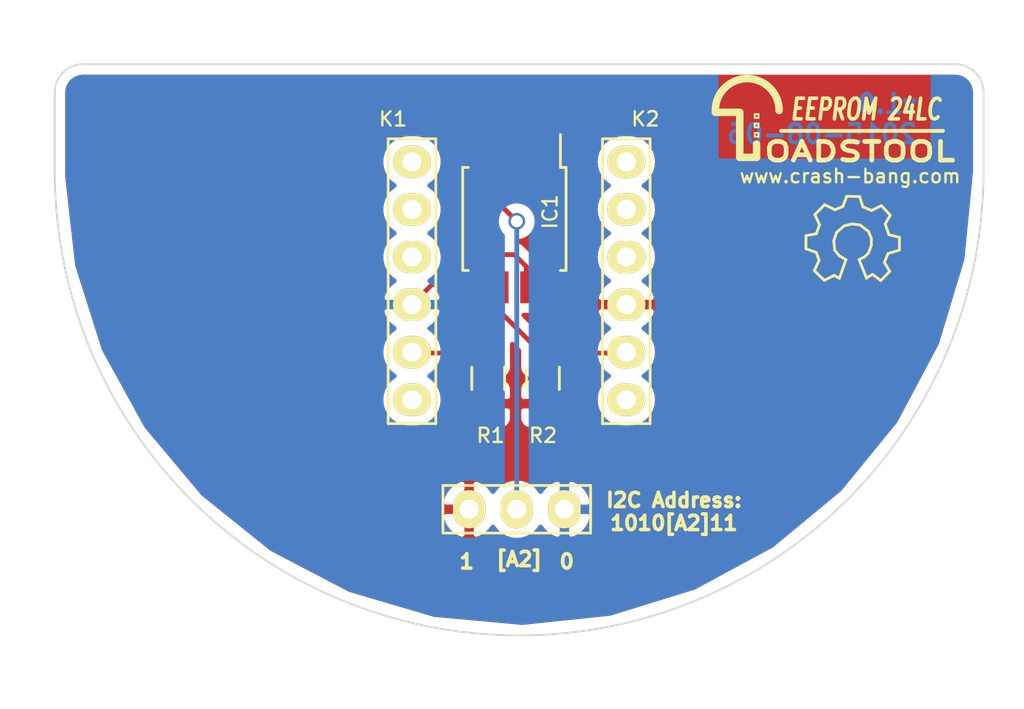
<source format=kicad_pcb>
(kicad_pcb (version 4) (host pcbnew "(2015-04-22 BZR 5620)-product")

  (general
    (links 14)
    (no_connects 0)
    (area 180.594 94.996 244.065097 132.842001)
    (thickness 1.6)
    (drawings 14)
    (tracks 23)
    (zones 0)
    (modules 8)
    (nets 14)
  )

  (page A4)
  (title_block
    (title "Toadstool CAP Template")
    (rev 1.0)
    (company "Crash-Bang Prototyping")
  )

  (layers
    (0 F.Cu signal)
    (31 B.Cu signal)
    (32 B.Adhes user)
    (33 F.Adhes user)
    (34 B.Paste user)
    (35 F.Paste user)
    (36 B.SilkS user)
    (37 F.SilkS user)
    (38 B.Mask user)
    (39 F.Mask user)
    (40 Dwgs.User user)
    (41 Cmts.User user)
    (42 Eco1.User user)
    (43 Eco2.User user)
    (44 Edge.Cuts user)
    (45 Margin user)
    (46 B.CrtYd user)
    (47 F.CrtYd user)
    (48 B.Fab user)
    (49 F.Fab user)
  )

  (setup
    (last_trace_width 0.254)
    (trace_clearance 0.254)
    (zone_clearance 0.508)
    (zone_45_only no)
    (trace_min 0.254)
    (segment_width 0.2)
    (edge_width 0.1)
    (via_size 0.889)
    (via_drill 0.635)
    (via_min_size 0.889)
    (via_min_drill 0.508)
    (uvia_size 0.508)
    (uvia_drill 0.127)
    (uvias_allowed no)
    (uvia_min_size 0.508)
    (uvia_min_drill 0.127)
    (pcb_text_width 0.3)
    (pcb_text_size 1.5 1.5)
    (mod_edge_width 0.2)
    (mod_text_size 1 1)
    (mod_text_width 0.15)
    (pad_size 1.7272 2.032)
    (pad_drill 1.016)
    (pad_to_mask_clearance 0)
    (aux_axis_origin 0 0)
    (visible_elements 7FFFFFFF)
    (pcbplotparams
      (layerselection 0x010e0_80000001)
      (usegerberextensions true)
      (excludeedgelayer true)
      (linewidth 0.100000)
      (plotframeref false)
      (viasonmask false)
      (mode 1)
      (useauxorigin false)
      (hpglpennumber 1)
      (hpglpenspeed 20)
      (hpglpendiameter 15)
      (hpglpenoverlay 2)
      (psnegative false)
      (psa4output false)
      (plotreference true)
      (plotvalue true)
      (plotinvisibletext false)
      (padsonsilk false)
      (subtractmaskfromsilk false)
      (outputformat 1)
      (mirror false)
      (drillshape 0)
      (scaleselection 1)
      (outputdirectory Gerber/))
  )

  (net 0 "")
  (net 1 GND)
  (net 2 VCC)
  (net 3 /SCL)
  (net 4 /SDA)
  (net 5 "Net-(IC1-Pad3)")
  (net 6 "Net-(K1-Pad1)")
  (net 7 "Net-(K1-Pad2)")
  (net 8 "Net-(K1-Pad3)")
  (net 9 "Net-(K1-Pad6)")
  (net 10 "Net-(K2-Pad1)")
  (net 11 "Net-(K2-Pad2)")
  (net 12 "Net-(K2-Pad3)")
  (net 13 "Net-(K2-Pad6)")

  (net_class Default "This is the default net class."
    (clearance 0.254)
    (trace_width 0.254)
    (via_dia 0.889)
    (via_drill 0.635)
    (uvia_dia 0.508)
    (uvia_drill 0.127)
    (add_net /SCL)
    (add_net /SDA)
    (add_net GND)
    (add_net "Net-(IC1-Pad3)")
    (add_net "Net-(K1-Pad1)")
    (add_net "Net-(K1-Pad2)")
    (add_net "Net-(K1-Pad3)")
    (add_net "Net-(K1-Pad6)")
    (add_net "Net-(K2-Pad1)")
    (add_net "Net-(K2-Pad2)")
    (add_net "Net-(K2-Pad3)")
    (add_net "Net-(K2-Pad6)")
    (add_net VCC)
  )

  (module Toadstool:Toadstool_Logo (layer F.Cu) (tedit 55311D85) (tstamp 54A98245)
    (at 225.044 101.092)
    (fp_text reference Toadstool_Logo (at 12.954 1.524) (layer F.SilkS) hide
      (effects (font (size 1 1) (thickness 0.15)))
    )
    (fp_text value LOGO** (at -0.254 -3.683) (layer F.SilkS) hide
      (effects (font (size 1 1) (thickness 0.15)))
    )
    (fp_line (start -4.2 0.2) (end -4.2 0) (layer F.SilkS) (width 0.1))
    (fp_line (start -4.2 0) (end -4 0) (layer F.SilkS) (width 0.1))
    (fp_line (start -4 0) (end -4 0.2) (layer F.SilkS) (width 0.1))
    (fp_line (start -4 0.2) (end -4.2 0.2) (layer F.SilkS) (width 0.1))
    (fp_line (start -4.2 0.7) (end -4.2 0.5) (layer F.SilkS) (width 0.1))
    (fp_line (start -4.2 0.5) (end -4 0.5) (layer F.SilkS) (width 0.1))
    (fp_line (start -4 0.5) (end -4 0.7) (layer F.SilkS) (width 0.1))
    (fp_line (start -4 0.7) (end -4.2 0.7) (layer F.SilkS) (width 0.1))
    (fp_line (start -4.2 1.2) (end -4.2 1) (layer F.SilkS) (width 0.1))
    (fp_line (start -4.2 1) (end -4 1) (layer F.SilkS) (width 0.1))
    (fp_line (start -4 1) (end -4 1.2) (layer F.SilkS) (width 0.1))
    (fp_line (start -4 1.2) (end -4.2 1.2) (layer F.SilkS) (width 0.1))
    (fp_text user OADSTOOL (at 1.4 2) (layer F.SilkS)
      (effects (font (size 1 1.35) (thickness 0.25)))
    )
    (fp_line (start -5 2.3) (end -4.1 2.3) (layer F.SilkS) (width 0.4))
    (fp_line (start -4.1 2.3) (end -4.1 1.6) (layer F.SilkS) (width 0.4))
    (fp_line (start -5 -0.1) (end -5 2.3) (layer F.SilkS) (width 0.4))
    (fp_line (start -6.3 -0.1) (end -5 -0.1) (layer F.SilkS) (width 0.4))
    (fp_arc (start -4.6 -0.2) (end -6.3 -0.2) (angle 180) (layer F.SilkS) (width 0.4))
  )

  (module Toadstool:Socket_Strip_Stackable_1x06 (layer F.Cu) (tedit 553342FD) (tstamp 55178E1B)
    (at 202.565 103.632 270)
    (descr "Through hole socket strip")
    (tags "socket strip")
    (path /5511B90D)
    (fp_text reference K1 (at -2.286 1.016 360) (layer F.SilkS)
      (effects (font (size 0.762 0.762) (thickness 0.125)))
    )
    (fp_text value CAP_CONN_LHS (at 6.604 2.54 270) (layer F.SilkS) hide
      (effects (font (size 1 1) (thickness 0.15)))
    )
    (fp_line (start -1.75 -1.75) (end -1.75 1.75) (layer F.CrtYd) (width 0.05))
    (fp_line (start 14.45 -1.75) (end 14.45 1.75) (layer F.CrtYd) (width 0.05))
    (fp_line (start -1.75 -1.75) (end 14.45 -1.75) (layer F.CrtYd) (width 0.05))
    (fp_line (start -1.75 1.75) (end 14.45 1.75) (layer F.CrtYd) (width 0.05))
    (fp_line (start -1.22 1.27) (end 13.97 1.27) (layer F.SilkS) (width 0.15))
    (fp_line (start 13.97 1.27) (end 13.97 -1.27) (layer F.SilkS) (width 0.15))
    (fp_line (start 13.97 -1.27) (end -1.22 -1.27) (layer F.SilkS) (width 0.15))
    (fp_line (start -1.23 1.27) (end -1.23 -1.27) (layer F.SilkS) (width 0.15))
    (pad 1 thru_hole oval (at 0 0 270) (size 1.7272 2.032) (drill 1.016) (layers *.Cu *.Mask F.SilkS)
      (net 6 "Net-(K1-Pad1)"))
    (pad 2 thru_hole oval (at 2.54 0 270) (size 1.7272 2.032) (drill 1.016) (layers *.Cu *.Mask F.SilkS)
      (net 7 "Net-(K1-Pad2)"))
    (pad 3 thru_hole oval (at 5.08 0 270) (size 1.7272 2.032) (drill 1.016) (layers *.Cu *.Mask F.SilkS)
      (net 8 "Net-(K1-Pad3)"))
    (pad 4 thru_hole oval (at 7.62 0 270) (size 1.7272 2.032) (drill 1.016) (layers *.Cu *.Mask F.SilkS)
      (net 1 GND))
    (pad 5 thru_hole oval (at 10.16 0 270) (size 1.7272 2.032) (drill 1.016) (layers *.Cu *.Mask F.SilkS)
      (net 4 /SDA))
    (pad 6 thru_hole oval (at 12.7 0 270) (size 1.7272 2.032) (drill 1.016) (layers *.Cu *.Mask F.SilkS)
      (net 9 "Net-(K1-Pad6)"))
    (model "E:/OneDrive/KiCad Projects/3D Components/Socket_Strip_Stackable_1x06.wrl"
      (at (xyz 0.25 0 0))
      (scale (xyz 1 1 1))
      (rotate (xyz 0 0 180))
    )
  )

  (module Toadstool:Socket_Strip_Stackable_1x06 (layer F.Cu) (tedit 553342F5) (tstamp 5511AFBD)
    (at 213.995 103.632 270)
    (descr "Through hole socket strip")
    (tags "socket strip")
    (path /5511B5B6)
    (fp_text reference K2 (at -2.286 -1.016 360) (layer F.SilkS)
      (effects (font (size 0.762 0.762) (thickness 0.125)))
    )
    (fp_text value CAP_CONN_RHS (at 6.35 -2.794 270) (layer F.SilkS) hide
      (effects (font (size 1 1) (thickness 0.15)))
    )
    (fp_line (start -1.75 -1.75) (end -1.75 1.75) (layer F.CrtYd) (width 0.05))
    (fp_line (start 14.45 -1.75) (end 14.45 1.75) (layer F.CrtYd) (width 0.05))
    (fp_line (start -1.75 -1.75) (end 14.45 -1.75) (layer F.CrtYd) (width 0.05))
    (fp_line (start -1.75 1.75) (end 14.45 1.75) (layer F.CrtYd) (width 0.05))
    (fp_line (start -1.22 1.27) (end 13.97 1.27) (layer F.SilkS) (width 0.15))
    (fp_line (start 13.97 1.27) (end 13.97 -1.27) (layer F.SilkS) (width 0.15))
    (fp_line (start 13.97 -1.27) (end -1.22 -1.27) (layer F.SilkS) (width 0.15))
    (fp_line (start -1.23 1.27) (end -1.23 -1.27) (layer F.SilkS) (width 0.15))
    (pad 1 thru_hole oval (at 0 0 270) (size 1.7272 2.032) (drill 1.016) (layers *.Cu *.Mask F.SilkS)
      (net 10 "Net-(K2-Pad1)"))
    (pad 2 thru_hole oval (at 2.54 0 270) (size 1.7272 2.032) (drill 1.016) (layers *.Cu *.Mask F.SilkS)
      (net 11 "Net-(K2-Pad2)"))
    (pad 3 thru_hole oval (at 5.08 0 270) (size 1.7272 2.032) (drill 1.016) (layers *.Cu *.Mask F.SilkS)
      (net 12 "Net-(K2-Pad3)"))
    (pad 4 thru_hole oval (at 7.62 0 270) (size 1.7272 2.032) (drill 1.016) (layers *.Cu *.Mask F.SilkS)
      (net 2 VCC))
    (pad 5 thru_hole oval (at 10.16 0 270) (size 1.7272 2.032) (drill 1.016) (layers *.Cu *.Mask F.SilkS)
      (net 3 /SCL))
    (pad 6 thru_hole oval (at 12.7 0 270) (size 1.7272 2.032) (drill 1.016) (layers *.Cu *.Mask F.SilkS)
      (net 13 "Net-(K2-Pad6)"))
    (model "E:/OneDrive/KiCad Projects/3D Components/Socket_Strip_Stackable_1x06.wrl"
      (at (xyz 0.25 0 0))
      (scale (xyz 1 1 1))
      (rotate (xyz 0 0 180))
    )
  )

  (module Toadstool:Pin_Header_Straight_1x03 (layer F.Cu) (tedit 551793AF) (tstamp 5533306F)
    (at 210.693 122.174 270)
    (descr "Through hole pin header")
    (tags "pin header")
    (path /55327E0E)
    (fp_text reference P1 (at 0 -2.413 270) (layer F.SilkS) hide
      (effects (font (size 1 1) (thickness 0.15)))
    )
    (fp_text value A2_SEL (at -2.286 -3.175 270) (layer F.SilkS) hide
      (effects (font (size 1 1) (thickness 0.15)))
    )
    (fp_line (start -1.75 -1.75) (end -1.75 6.85) (layer F.CrtYd) (width 0.05))
    (fp_line (start 1.75 -1.75) (end 1.75 6.85) (layer F.CrtYd) (width 0.05))
    (fp_line (start -1.75 -1.75) (end 1.75 -1.75) (layer F.CrtYd) (width 0.05))
    (fp_line (start -1.75 6.85) (end 1.75 6.85) (layer F.CrtYd) (width 0.05))
    (fp_line (start -1.27 -1.397) (end -1.27 6.477) (layer F.SilkS) (width 0.15))
    (fp_line (start -1.27 6.477) (end 1.27 6.477) (layer F.SilkS) (width 0.15))
    (fp_line (start 1.27 6.477) (end 1.27 -1.397) (layer F.SilkS) (width 0.15))
    (fp_line (start 1.27 -1.397) (end -1.27 -1.397) (layer F.SilkS) (width 0.15))
    (pad 1 thru_hole oval (at 0 0 270) (size 2.032 1.7272) (drill 1.016) (layers *.Cu *.Mask F.SilkS)
      (net 1 GND))
    (pad 2 thru_hole oval (at 0 2.54 270) (size 2.032 1.7272) (drill 1.016) (layers *.Cu *.Mask F.SilkS)
      (net 5 "Net-(IC1-Pad3)"))
    (pad 3 thru_hole oval (at 0 5.08 270) (size 2.032 1.7272) (drill 1.016) (layers *.Cu *.Mask F.SilkS)
      (net 2 VCC))
    (model Pin_Headers.3dshapes/Pin_Header_Straight_1x03.wrl
      (at (xyz 0 -0.1 0))
      (scale (xyz 1 1 1))
      (rotate (xyz 0 0 90))
    )
  )

  (module Resistors_SMD:R_0805_HandSoldering (layer F.Cu) (tedit 55333579) (tstamp 553334B1)
    (at 206.629 115.189 90)
    (descr "Resistor SMD 0805, hand soldering")
    (tags "resistor 0805")
    (path /553290E0)
    (attr smd)
    (fp_text reference R1 (at -3.048 0.127 180) (layer F.SilkS)
      (effects (font (size 0.762 0.762) (thickness 0.127)))
    )
    (fp_text value 10k (at 0 2.1 90) (layer F.Fab) hide
      (effects (font (size 1 1) (thickness 0.15)))
    )
    (fp_line (start -2.4 -1) (end 2.4 -1) (layer F.CrtYd) (width 0.05))
    (fp_line (start -2.4 1) (end 2.4 1) (layer F.CrtYd) (width 0.05))
    (fp_line (start -2.4 -1) (end -2.4 1) (layer F.CrtYd) (width 0.05))
    (fp_line (start 2.4 -1) (end 2.4 1) (layer F.CrtYd) (width 0.05))
    (fp_line (start 0.6 0.875) (end -0.6 0.875) (layer F.SilkS) (width 0.15))
    (fp_line (start -0.6 -0.875) (end 0.6 -0.875) (layer F.SilkS) (width 0.15))
    (pad 1 smd rect (at -1.35 0 90) (size 1.5 1.3) (layers F.Cu F.Paste F.Mask)
      (net 2 VCC))
    (pad 2 smd rect (at 1.35 0 90) (size 1.5 1.3) (layers F.Cu F.Paste F.Mask)
      (net 4 /SDA))
    (model Resistors_SMD.3dshapes/R_0805_HandSoldering.wrl
      (at (xyz 0 0 0))
      (scale (xyz 1 1 1))
      (rotate (xyz 0 0 0))
    )
  )

  (module Resistors_SMD:R_0805_HandSoldering (layer F.Cu) (tedit 55333576) (tstamp 553334A4)
    (at 209.55 115.189 90)
    (descr "Resistor SMD 0805, hand soldering")
    (tags "resistor 0805")
    (path /55327DE3)
    (attr smd)
    (fp_text reference R2 (at -3.048 0 180) (layer F.SilkS)
      (effects (font (size 0.762 0.762) (thickness 0.127)))
    )
    (fp_text value 10k (at 0 2.1 90) (layer F.Fab) hide
      (effects (font (size 1 1) (thickness 0.15)))
    )
    (fp_line (start -2.4 -1) (end 2.4 -1) (layer F.CrtYd) (width 0.05))
    (fp_line (start -2.4 1) (end 2.4 1) (layer F.CrtYd) (width 0.05))
    (fp_line (start -2.4 -1) (end -2.4 1) (layer F.CrtYd) (width 0.05))
    (fp_line (start 2.4 -1) (end 2.4 1) (layer F.CrtYd) (width 0.05))
    (fp_line (start 0.6 0.875) (end -0.6 0.875) (layer F.SilkS) (width 0.15))
    (fp_line (start -0.6 -0.875) (end 0.6 -0.875) (layer F.SilkS) (width 0.15))
    (pad 1 smd rect (at -1.35 0 90) (size 1.5 1.3) (layers F.Cu F.Paste F.Mask)
      (net 2 VCC))
    (pad 2 smd rect (at 1.35 0 90) (size 1.5 1.3) (layers F.Cu F.Paste F.Mask)
      (net 3 /SCL))
    (model Resistors_SMD.3dshapes/R_0805_HandSoldering.wrl
      (at (xyz 0 0 0))
      (scale (xyz 1 1 1))
      (rotate (xyz 0 0 0))
    )
  )

  (module Toadstool:SOIJ-8_5.3x5.3mm_Pitch1.27mm (layer F.Cu) (tedit 55333643) (tstamp 5533366F)
    (at 208.026 106.68 270)
    (descr "8-Lead Plastic Small Outline (SM) - Medium, 5.28 mm Body [SOIC] (see Microchip Packaging Specification 00000049BS.pdf)")
    (tags "SOIC 1.27")
    (path /55327C19)
    (attr smd)
    (fp_text reference IC1 (at -0.381 -1.905 450) (layer F.SilkS)
      (effects (font (size 0.762 0.762) (thickness 0.127)))
    )
    (fp_text value 24LC128 (at 0 3.68 270) (layer F.Fab) hide
      (effects (font (size 1 1) (thickness 0.15)))
    )
    (fp_line (start -4.75 -2.95) (end -4.75 2.95) (layer F.CrtYd) (width 0.05))
    (fp_line (start 4.75 -2.95) (end 4.75 2.95) (layer F.CrtYd) (width 0.05))
    (fp_line (start -4.75 -2.95) (end 4.75 -2.95) (layer F.CrtYd) (width 0.05))
    (fp_line (start -4.75 2.95) (end 4.75 2.95) (layer F.CrtYd) (width 0.05))
    (fp_line (start -2.75 -2.755) (end -2.75 -2.455) (layer F.SilkS) (width 0.15))
    (fp_line (start 2.75 -2.755) (end 2.75 -2.455) (layer F.SilkS) (width 0.15))
    (fp_line (start 2.75 2.755) (end 2.75 2.455) (layer F.SilkS) (width 0.15))
    (fp_line (start -2.75 2.755) (end -2.75 2.455) (layer F.SilkS) (width 0.15))
    (fp_line (start -2.75 -2.755) (end 2.75 -2.755) (layer F.SilkS) (width 0.15))
    (fp_line (start -2.75 2.755) (end 2.75 2.755) (layer F.SilkS) (width 0.15))
    (fp_line (start -2.75 -2.455) (end -4.5 -2.455) (layer F.SilkS) (width 0.15))
    (pad 1 smd rect (at -3.65 -1.905 270) (size 1.7 0.65) (layers F.Cu F.Paste F.Mask)
      (net 2 VCC))
    (pad 2 smd rect (at -3.65 -0.635 270) (size 1.7 0.65) (layers F.Cu F.Paste F.Mask)
      (net 2 VCC))
    (pad 3 smd rect (at -3.65 0.635 270) (size 1.7 0.65) (layers F.Cu F.Paste F.Mask)
      (net 5 "Net-(IC1-Pad3)"))
    (pad 4 smd rect (at -3.65 1.905 270) (size 1.7 0.65) (layers F.Cu F.Paste F.Mask)
      (net 1 GND))
    (pad 5 smd rect (at 3.65 1.905 270) (size 1.7 0.65) (layers F.Cu F.Paste F.Mask)
      (net 4 /SDA))
    (pad 6 smd rect (at 3.65 0.635 270) (size 1.7 0.65) (layers F.Cu F.Paste F.Mask)
      (net 3 /SCL))
    (pad 7 smd rect (at 3.65 -0.635 270) (size 1.7 0.65) (layers F.Cu F.Paste F.Mask)
      (net 1 GND))
    (pad 8 smd rect (at 3.65 -1.905 270) (size 1.7 0.65) (layers F.Cu F.Paste F.Mask)
      (net 2 VCC))
    (model Housings_SOIC.3dshapes/SOIJ-8_5.3x5.3mm_Pitch1.27mm.wrl
      (at (xyz 0 0 0))
      (scale (xyz 1 1 1))
      (rotate (xyz 0 0 0))
    )
  )

  (module Toadstool:Symbol_OSHW-Logo_SilkScreen (layer F.Cu) (tedit 55184E39) (tstamp 55C32D1B)
    (at 226.06 107.95)
    (descr "Symbol, OSHW-Logo, Silk Screen,")
    (tags "Symbol, OSHW-Logo, Silk Screen,")
    (fp_text reference REF** (at -0.127 -3.302) (layer F.SilkS) hide
      (effects (font (size 1 1) (thickness 0.15)))
    )
    (fp_text value Symbol_OSHW-Logo_SilkScreen (at 0 3.175) (layer F.Fab) hide
      (effects (font (size 1 1) (thickness 0.15)))
    )
    (fp_line (start -1.78054 0.92964) (end -2.03962 1.49098) (layer F.SilkS) (width 0.15))
    (fp_line (start -2.03962 1.49098) (end -1.50114 2.00914) (layer F.SilkS) (width 0.15))
    (fp_line (start -1.50114 2.00914) (end -0.98044 1.7399) (layer F.SilkS) (width 0.15))
    (fp_line (start -0.98044 1.7399) (end -0.70104 1.89992) (layer F.SilkS) (width 0.15))
    (fp_line (start 0.73914 1.8796) (end 1.06934 1.6891) (layer F.SilkS) (width 0.15))
    (fp_line (start 1.06934 1.6891) (end 1.50876 2.0193) (layer F.SilkS) (width 0.15))
    (fp_line (start 1.50876 2.0193) (end 1.9812 1.52908) (layer F.SilkS) (width 0.15))
    (fp_line (start 1.9812 1.52908) (end 1.69926 1.04902) (layer F.SilkS) (width 0.15))
    (fp_line (start 1.69926 1.04902) (end 1.88976 0.57912) (layer F.SilkS) (width 0.15))
    (fp_line (start 1.88976 0.57912) (end 2.49936 0.39116) (layer F.SilkS) (width 0.15))
    (fp_line (start 2.49936 0.39116) (end 2.49936 -0.28956) (layer F.SilkS) (width 0.15))
    (fp_line (start 2.49936 -0.28956) (end 1.94056 -0.42926) (layer F.SilkS) (width 0.15))
    (fp_line (start 1.94056 -0.42926) (end 1.7399 -1.00076) (layer F.SilkS) (width 0.15))
    (fp_line (start 1.7399 -1.00076) (end 2.00914 -1.47066) (layer F.SilkS) (width 0.15))
    (fp_line (start 2.00914 -1.47066) (end 1.53924 -1.9812) (layer F.SilkS) (width 0.15))
    (fp_line (start 1.53924 -1.9812) (end 1.02108 -1.71958) (layer F.SilkS) (width 0.15))
    (fp_line (start 1.02108 -1.71958) (end 0.55118 -1.92024) (layer F.SilkS) (width 0.15))
    (fp_line (start 0.55118 -1.92024) (end 0.381 -2.46126) (layer F.SilkS) (width 0.15))
    (fp_line (start 0.381 -2.46126) (end -0.30988 -2.47904) (layer F.SilkS) (width 0.15))
    (fp_line (start -0.30988 -2.47904) (end -0.5207 -1.9304) (layer F.SilkS) (width 0.15))
    (fp_line (start -0.5207 -1.9304) (end -0.9398 -1.76022) (layer F.SilkS) (width 0.15))
    (fp_line (start -0.9398 -1.76022) (end -1.49098 -2.02946) (layer F.SilkS) (width 0.15))
    (fp_line (start -1.49098 -2.02946) (end -2.00914 -1.50114) (layer F.SilkS) (width 0.15))
    (fp_line (start -2.00914 -1.50114) (end -1.76022 -0.96012) (layer F.SilkS) (width 0.15))
    (fp_line (start -1.76022 -0.96012) (end -1.9304 -0.48006) (layer F.SilkS) (width 0.15))
    (fp_line (start -1.9304 -0.48006) (end -2.47904 -0.381) (layer F.SilkS) (width 0.15))
    (fp_line (start -2.47904 -0.381) (end -2.4892 0.32004) (layer F.SilkS) (width 0.15))
    (fp_line (start -2.4892 0.32004) (end -1.9304 0.5207) (layer F.SilkS) (width 0.15))
    (fp_line (start -1.9304 0.5207) (end -1.7907 0.91948) (layer F.SilkS) (width 0.15))
    (fp_line (start 0.35052 0.89916) (end 0.65024 0.7493) (layer F.SilkS) (width 0.15))
    (fp_line (start 0.65024 0.7493) (end 0.8509 0.55118) (layer F.SilkS) (width 0.15))
    (fp_line (start 0.8509 0.55118) (end 1.00076 0.14986) (layer F.SilkS) (width 0.15))
    (fp_line (start 1.00076 0.14986) (end 1.00076 -0.24892) (layer F.SilkS) (width 0.15))
    (fp_line (start 1.00076 -0.24892) (end 0.8509 -0.59944) (layer F.SilkS) (width 0.15))
    (fp_line (start 0.8509 -0.59944) (end 0.39878 -0.94996) (layer F.SilkS) (width 0.15))
    (fp_line (start 0.39878 -0.94996) (end -0.0508 -1.00076) (layer F.SilkS) (width 0.15))
    (fp_line (start -0.0508 -1.00076) (end -0.44958 -0.89916) (layer F.SilkS) (width 0.15))
    (fp_line (start -0.44958 -0.89916) (end -0.8509 -0.55118) (layer F.SilkS) (width 0.15))
    (fp_line (start -0.8509 -0.55118) (end -1.00076 -0.09906) (layer F.SilkS) (width 0.15))
    (fp_line (start -1.00076 -0.09906) (end -0.94996 0.39878) (layer F.SilkS) (width 0.15))
    (fp_line (start -0.94996 0.39878) (end -0.70104 0.70104) (layer F.SilkS) (width 0.15))
    (fp_line (start -0.70104 0.70104) (end -0.35052 0.89916) (layer F.SilkS) (width 0.15))
    (fp_line (start -0.35052 0.89916) (end -0.70104 1.89992) (layer F.SilkS) (width 0.15))
    (fp_line (start 0.35052 0.89916) (end 0.7493 1.89992) (layer F.SilkS) (width 0.15))
  )

  (gr_text "I2C Address:\n1010[A2]11" (at 216.535 122.301) (layer F.SilkS)
    (effects (font (size 0.762 0.762) (thickness 0.1905)))
  )
  (gr_text 0 (at 210.82 124.968) (layer F.SilkS)
    (effects (font (size 0.762 0.762) (thickness 0.1905)))
  )
  (gr_text 1 (at 205.486 124.968) (layer F.SilkS)
    (effects (font (size 0.762 0.762) (thickness 0.1905)))
  )
  (gr_text [A2] (at 208.28 124.841) (layer F.SilkS)
    (effects (font (size 0.762 0.762) (thickness 0.1905)))
  )
  (gr_line (start 222.25 101.981) (end 230.886 101.981) (angle 90) (layer F.SilkS) (width 0.2) (tstamp 54A98297))
  (gr_arc (start 231.545 99.925) (end 231.545 98.425) (angle 90) (layer Edge.Cuts) (width 0.1))
  (gr_arc (start 185.015 99.925) (end 183.515 99.925) (angle 90) (layer Edge.Cuts) (width 0.1) (tstamp 54A8ED23))
  (gr_text "v1.0\n2015-08-06" (at 229.616 101.346) (layer B.Cu) (tstamp 550FF1AB)
    (effects (font (size 1 1) (thickness 0.2)) (justify left mirror))
  )
  (gr_text www.crash-bang.com (at 219.964 104.394) (layer F.SilkS)
    (effects (font (size 0.729 0.729) (thickness 0.127)) (justify left))
  )
  (gr_text "EEPROM 24LC" (at 230.886 100.838) (layer F.SilkS) (tstamp 550FF192)
    (effects (font (size 1.1 0.762) (thickness 0.1905) italic) (justify right))
  )
  (gr_line (start 183.515 99.925) (end 183.515 104.14) (angle 90) (layer Edge.Cuts) (width 0.1) (tstamp 54A8E670))
  (gr_line (start 233.045 99.925) (end 233.045 104.14) (angle 90) (layer Edge.Cuts) (width 0.1))
  (gr_arc (start 208.28 104.14) (end 233.045 104.14) (angle 180) (layer Edge.Cuts) (width 0.1) (tstamp 54794431))
  (gr_line (start 231.545 98.425) (end 185.015 98.425) (angle 90) (layer Edge.Cuts) (width 0.1) (tstamp 54A8EBDB))

  (segment (start 208.661 109.22) (end 208.026 108.585) (width 0.254) (layer F.Cu) (net 1) (tstamp 5533423C))
  (segment (start 208.026 108.585) (end 205.232 108.585) (width 0.254) (layer F.Cu) (net 1) (tstamp 55334242))
  (segment (start 205.232 108.585) (end 202.565 111.252) (width 0.254) (layer F.Cu) (net 1) (tstamp 55334245))
  (segment (start 208.661 110.33) (end 208.661 109.22) (width 0.254) (layer F.Cu) (net 1))
  (segment (start 206.121 107.696) (end 205.232 108.585) (width 0.254) (layer F.Cu) (net 1) (tstamp 55334267))
  (segment (start 206.121 103.03) (end 206.121 107.696) (width 0.254) (layer F.Cu) (net 1))
  (segment (start 210.533 110.33) (end 211.455 111.252) (width 0.254) (layer F.Cu) (net 2) (tstamp 55333601))
  (segment (start 211.455 111.252) (end 213.995 111.252) (width 0.254) (layer F.Cu) (net 2) (tstamp 55333602))
  (segment (start 209.931 110.33) (end 210.533 110.33) (width 0.254) (layer F.Cu) (net 2))
  (segment (start 213.948 113.839) (end 213.995 113.792) (width 0.254) (layer F.Cu) (net 3) (tstamp 553335EF))
  (segment (start 209.55 113.839) (end 213.948 113.839) (width 0.254) (layer F.Cu) (net 3))
  (segment (start 207.391 111.76) (end 207.391 110.33) (width 0.254) (layer F.Cu) (net 3) (tstamp 553335F9))
  (segment (start 209.47 113.839) (end 207.391 111.76) (width 0.254) (layer F.Cu) (net 3) (tstamp 553335F8))
  (segment (start 209.55 113.839) (end 209.47 113.839) (width 0.254) (layer F.Cu) (net 3))
  (segment (start 202.612 113.839) (end 202.565 113.792) (width 0.254) (layer F.Cu) (net 4) (tstamp 553335F5))
  (segment (start 206.629 113.839) (end 202.612 113.839) (width 0.254) (layer F.Cu) (net 4))
  (segment (start 206.629 112.268) (end 206.121 111.76) (width 0.254) (layer F.Cu) (net 4) (tstamp 553335FD))
  (segment (start 206.121 111.76) (end 206.121 110.33) (width 0.254) (layer F.Cu) (net 4) (tstamp 553335FE))
  (segment (start 206.629 113.839) (end 206.629 112.268) (width 0.254) (layer F.Cu) (net 4))
  (via (at 208.153 106.807) (size 0.889) (layers F.Cu B.Cu) (net 5))
  (segment (start 208.153 106.807) (end 207.391 106.045) (width 0.254) (layer F.Cu) (net 5) (tstamp 55333617))
  (segment (start 207.391 106.045) (end 207.391 103.03) (width 0.254) (layer F.Cu) (net 5) (tstamp 55333618))
  (segment (start 208.153 122.174) (end 208.153 106.807) (width 0.254) (layer B.Cu) (net 5))

  (zone (net 2) (net_name VCC) (layer F.Cu) (tstamp 551790C1) (hatch edge 0.508)
    (connect_pads (clearance 0.508))
    (min_thickness 0.254)
    (fill yes (arc_segments 32) (thermal_gap 0.508) (thermal_bridge_width 0.508))
    (polygon
      (pts
        (xy 180.848 95.25) (xy 234.95 95.25) (xy 234.95 132.588) (xy 180.848 132.588)
      )
    )
    (filled_polygon
      (pts
        (xy 232.36 104.106495) (xy 231.898177 108.816525) (xy 230.540031 113.314924) (xy 228.334008 117.46385) (xy 225.364132 121.105276)
        (xy 221.743527 124.100501) (xy 217.610103 126.335435) (xy 215.653951 126.940965) (xy 215.653951 116.342462) (xy 215.627444 116.05119)
        (xy 215.544866 115.770615) (xy 215.409363 115.511422) (xy 215.226097 115.283485) (xy 215.002048 115.095485) (xy 214.942413 115.0627)
        (xy 214.984701 115.040216) (xy 215.211353 114.855363) (xy 215.397784 114.630006) (xy 215.536892 114.372731) (xy 215.623379 114.093335)
        (xy 215.653951 113.802462) (xy 215.653951 108.722462) (xy 215.627444 108.43119) (xy 215.544866 108.150615) (xy 215.409363 107.891422)
        (xy 215.226097 107.663485) (xy 215.002048 107.475485) (xy 214.942413 107.4427) (xy 214.984701 107.420216) (xy 215.211353 107.235363)
        (xy 215.397784 107.010006) (xy 215.536892 106.752731) (xy 215.623379 106.473335) (xy 215.653951 106.182462) (xy 215.627444 105.89119)
        (xy 215.544866 105.610615) (xy 215.409363 105.351422) (xy 215.226097 105.123485) (xy 215.002048 104.935485) (xy 214.942413 104.9027)
        (xy 214.984701 104.880216) (xy 215.211353 104.695363) (xy 215.397784 104.470006) (xy 215.536892 104.212731) (xy 215.623379 103.933335)
        (xy 215.653951 103.642462) (xy 215.627444 103.35119) (xy 215.544866 103.070615) (xy 215.409363 102.811422) (xy 215.226097 102.583485)
        (xy 215.002048 102.395485) (xy 214.745749 102.254584) (xy 214.466964 102.166148) (xy 214.176312 102.133546) (xy 214.155388 102.1334)
        (xy 213.834612 102.1334) (xy 213.543532 102.161941) (xy 213.26354 102.246475) (xy 213.005299 102.383784) (xy 212.778647 102.568637)
        (xy 212.592216 102.793994) (xy 212.453108 103.051269) (xy 212.366621 103.330665) (xy 212.336049 103.621538) (xy 212.362556 103.91281)
        (xy 212.445134 104.193385) (xy 212.580637 104.452578) (xy 212.763903 104.680515) (xy 212.987952 104.868515) (xy 213.047586 104.901299)
        (xy 213.005299 104.923784) (xy 212.778647 105.108637) (xy 212.592216 105.333994) (xy 212.453108 105.591269) (xy 212.366621 105.870665)
        (xy 212.336049 106.161538) (xy 212.362556 106.45281) (xy 212.445134 106.733385) (xy 212.580637 106.992578) (xy 212.763903 107.220515)
        (xy 212.987952 107.408515) (xy 213.047586 107.441299) (xy 213.005299 107.463784) (xy 212.778647 107.648637) (xy 212.592216 107.873994)
        (xy 212.453108 108.131269) (xy 212.366621 108.410665) (xy 212.336049 108.701538) (xy 212.362556 108.99281) (xy 212.445134 109.273385)
        (xy 212.580637 109.532578) (xy 212.763903 109.760515) (xy 212.987952 109.948515) (xy 213.049872 109.982555) (xy 212.843271 110.133514)
        (xy 212.644267 110.349965) (xy 212.491314 110.601081) (xy 212.390291 110.877211) (xy 212.387642 110.892974) (xy 212.508783 111.125)
        (xy 213.868 111.125) (xy 213.868 111.105) (xy 214.122 111.105) (xy 214.122 111.125) (xy 215.481217 111.125)
        (xy 215.602358 110.892974) (xy 215.599709 110.877211) (xy 215.498686 110.601081) (xy 215.345733 110.349965) (xy 215.146729 110.133514)
        (xy 214.941205 109.983343) (xy 214.984701 109.960216) (xy 215.211353 109.775363) (xy 215.397784 109.550006) (xy 215.536892 109.292731)
        (xy 215.623379 109.013335) (xy 215.653951 108.722462) (xy 215.653951 113.802462) (xy 215.627444 113.51119) (xy 215.544866 113.230615)
        (xy 215.409363 112.971422) (xy 215.226097 112.743485) (xy 215.002048 112.555485) (xy 214.940127 112.521444) (xy 215.146729 112.370486)
        (xy 215.345733 112.154035) (xy 215.498686 111.902919) (xy 215.599709 111.626789) (xy 215.602358 111.611026) (xy 215.481217 111.379)
        (xy 214.122 111.379) (xy 214.122 111.399) (xy 213.868 111.399) (xy 213.868 111.379) (xy 212.508783 111.379)
        (xy 212.387642 111.611026) (xy 212.390291 111.626789) (xy 212.491314 111.902919) (xy 212.644267 112.154035) (xy 212.843271 112.370486)
        (xy 213.048794 112.520656) (xy 213.005299 112.543784) (xy 212.778647 112.728637) (xy 212.592216 112.953994) (xy 212.525706 113.077)
        (xy 210.891 113.077) (xy 210.891 111.242542) (xy 210.891 110.61575) (xy 210.891 110.04425) (xy 210.891 109.417458)
        (xy 210.891 103.942542) (xy 210.891 103.31575) (xy 210.891 102.74425) (xy 210.891 102.117458) (xy 210.866597 101.994777)
        (xy 210.81873 101.879215) (xy 210.749237 101.775211) (xy 210.660789 101.686763) (xy 210.556785 101.61727) (xy 210.441223 101.569403)
        (xy 210.318542 101.545) (xy 210.21675 101.545) (xy 210.058 101.70375) (xy 210.058 102.903) (xy 210.73225 102.903)
        (xy 210.891 102.74425) (xy 210.891 103.31575) (xy 210.73225 103.157) (xy 210.058 103.157) (xy 210.058 104.35625)
        (xy 210.21675 104.515) (xy 210.318542 104.515) (xy 210.441223 104.490597) (xy 210.556785 104.44273) (xy 210.660789 104.373237)
        (xy 210.749237 104.284789) (xy 210.81873 104.180785) (xy 210.866597 104.065223) (xy 210.891 103.942542) (xy 210.891 109.417458)
        (xy 210.866597 109.294777) (xy 210.81873 109.179215) (xy 210.749237 109.075211) (xy 210.660789 108.986763) (xy 210.556785 108.91727)
        (xy 210.441223 108.869403) (xy 210.318542 108.845) (xy 210.21675 108.845) (xy 210.058 109.00375) (xy 210.058 110.203)
        (xy 210.73225 110.203) (xy 210.891 110.04425) (xy 210.891 110.61575) (xy 210.73225 110.457) (xy 210.058 110.457)
        (xy 210.058 111.65625) (xy 210.21675 111.815) (xy 210.318542 111.815) (xy 210.441223 111.790597) (xy 210.556785 111.74273)
        (xy 210.660789 111.673237) (xy 210.749237 111.584789) (xy 210.81873 111.480785) (xy 210.866597 111.365223) (xy 210.891 111.242542)
        (xy 210.891 113.077) (xy 210.837096 113.077) (xy 210.829697 112.985957) (xy 210.776227 112.814959) (xy 210.677326 112.665566)
        (xy 210.540792 112.549558) (xy 210.377389 112.476081) (xy 210.2 112.450928) (xy 209.159558 112.450928) (xy 208.526702 111.818072)
        (xy 208.986 111.818072) (xy 209.089043 111.809697) (xy 209.260041 111.756227) (xy 209.292879 111.734487) (xy 209.305215 111.74273)
        (xy 209.420777 111.790597) (xy 209.543458 111.815) (xy 209.64525 111.815) (xy 209.804 111.65625) (xy 209.804 110.457)
        (xy 209.784 110.457) (xy 209.784 110.203) (xy 209.804 110.203) (xy 209.804 109.00375) (xy 209.804 104.35625)
        (xy 209.804 103.157) (xy 209.804 102.903) (xy 209.804 101.70375) (xy 209.64525 101.545) (xy 209.543458 101.545)
        (xy 209.420777 101.569403) (xy 209.305215 101.61727) (xy 209.296 101.623427) (xy 209.286785 101.61727) (xy 209.171223 101.569403)
        (xy 209.048542 101.545) (xy 208.94675 101.545) (xy 208.788 101.70375) (xy 208.788 102.903) (xy 209.12975 102.903)
        (xy 209.46225 102.903) (xy 209.804 102.903) (xy 209.804 103.157) (xy 209.46225 103.157) (xy 209.12975 103.157)
        (xy 208.788 103.157) (xy 208.788 104.35625) (xy 208.94675 104.515) (xy 209.048542 104.515) (xy 209.171223 104.490597)
        (xy 209.286785 104.44273) (xy 209.296 104.436572) (xy 209.305215 104.44273) (xy 209.420777 104.490597) (xy 209.543458 104.515)
        (xy 209.64525 104.515) (xy 209.804 104.35625) (xy 209.804 109.00375) (xy 209.64525 108.845) (xy 209.543458 108.845)
        (xy 209.420777 108.869403) (xy 209.349239 108.899034) (xy 209.332462 108.867482) (xy 209.300067 108.804986) (xy 209.297568 108.801855)
        (xy 209.295686 108.798316) (xy 209.251199 108.743769) (xy 209.207286 108.68876) (xy 209.201784 108.683181) (xy 209.201693 108.683069)
        (xy 209.201589 108.682983) (xy 209.199816 108.681185) (xy 208.564815 108.046185) (xy 208.5104 108.001487) (xy 208.456505 107.956264)
        (xy 208.452997 107.954335) (xy 208.449897 107.951789) (xy 208.387831 107.91851) (xy 208.326184 107.884619) (xy 208.322363 107.883407)
        (xy 208.318833 107.881514) (xy 208.30316 107.876722) (xy 208.444704 107.851765) (xy 208.642077 107.775208) (xy 208.820822 107.661773)
        (xy 208.97413 107.51578) (xy 209.096161 107.34279) (xy 209.182268 107.149392) (xy 209.22917 106.942952) (xy 209.232546 106.70115)
        (xy 209.191426 106.493481) (xy 209.110754 106.297753) (xy 208.9936 106.121423) (xy 208.844428 105.971207) (xy 208.668921 105.852825)
        (xy 208.473761 105.770788) (xy 208.266384 105.728219) (xy 208.153 105.727427) (xy 208.153 104.491039) (xy 208.273458 104.515)
        (xy 208.37525 104.515) (xy 208.534 104.35625) (xy 208.534 103.157) (xy 208.514 103.157) (xy 208.514 102.903)
        (xy 208.534 102.903) (xy 208.534 101.70375) (xy 208.37525 101.545) (xy 208.273458 101.545) (xy 208.150777 101.569403)
        (xy 208.035215 101.61727) (xy 208.023061 101.62539) (xy 207.893389 101.567081) (xy 207.716 101.541928) (xy 207.066 101.541928)
        (xy 206.962957 101.550303) (xy 206.791959 101.603773) (xy 206.756779 101.627062) (xy 206.623389 101.567081) (xy 206.446 101.541928)
        (xy 205.796 101.541928) (xy 205.692957 101.550303) (xy 205.521959 101.603773) (xy 205.372566 101.702674) (xy 205.256558 101.839208)
        (xy 205.183081 102.002611) (xy 205.157928 102.18) (xy 205.157928 103.88) (xy 205.166303 103.983043) (xy 205.219773 104.154041)
        (xy 205.318674 104.303434) (xy 205.359 104.337697) (xy 205.359 107.38037) (xy 204.693257 108.046112) (xy 204.693185 108.046184)
        (xy 204.20668 108.532688) (xy 204.197444 108.43119) (xy 204.114866 108.150615) (xy 203.979363 107.891422) (xy 203.796097 107.663485)
        (xy 203.572048 107.475485) (xy 203.512413 107.4427) (xy 203.554701 107.420216) (xy 203.781353 107.235363) (xy 203.967784 107.010006)
        (xy 204.106892 106.752731) (xy 204.193379 106.473335) (xy 204.223951 106.182462) (xy 204.197444 105.89119) (xy 204.114866 105.610615)
        (xy 203.979363 105.351422) (xy 203.796097 105.123485) (xy 203.572048 104.935485) (xy 203.512413 104.9027) (xy 203.554701 104.880216)
        (xy 203.781353 104.695363) (xy 203.967784 104.470006) (xy 204.106892 104.212731) (xy 204.193379 103.933335) (xy 204.223951 103.642462)
        (xy 204.197444 103.35119) (xy 204.114866 103.070615) (xy 203.979363 102.811422) (xy 203.796097 102.583485) (xy 203.572048 102.395485)
        (xy 203.315749 102.254584) (xy 203.036964 102.166148) (xy 202.746312 102.133546) (xy 202.725388 102.1334) (xy 202.404612 102.1334)
        (xy 202.113532 102.161941) (xy 201.83354 102.246475) (xy 201.575299 102.383784) (xy 201.348647 102.568637) (xy 201.162216 102.793994)
        (xy 201.023108 103.051269) (xy 200.936621 103.330665) (xy 200.906049 103.621538) (xy 200.932556 103.91281) (xy 201.015134 104.193385)
        (xy 201.150637 104.452578) (xy 201.333903 104.680515) (xy 201.557952 104.868515) (xy 201.617586 104.901299) (xy 201.575299 104.923784)
        (xy 201.348647 105.108637) (xy 201.162216 105.333994) (xy 201.023108 105.591269) (xy 200.936621 105.870665) (xy 200.906049 106.161538)
        (xy 200.932556 106.45281) (xy 201.015134 106.733385) (xy 201.150637 106.992578) (xy 201.333903 107.220515) (xy 201.557952 107.408515)
        (xy 201.617586 107.441299) (xy 201.575299 107.463784) (xy 201.348647 107.648637) (xy 201.162216 107.873994) (xy 201.023108 108.131269)
        (xy 200.936621 108.410665) (xy 200.906049 108.701538) (xy 200.932556 108.99281) (xy 201.015134 109.273385) (xy 201.150637 109.532578)
        (xy 201.333903 109.760515) (xy 201.557952 109.948515) (xy 201.617586 109.981299) (xy 201.575299 110.003784) (xy 201.348647 110.188637)
        (xy 201.162216 110.413994) (xy 201.023108 110.671269) (xy 200.936621 110.950665) (xy 200.906049 111.241538) (xy 200.932556 111.53281)
        (xy 201.015134 111.813385) (xy 201.150637 112.072578) (xy 201.333903 112.300515) (xy 201.557952 112.488515) (xy 201.617586 112.521299)
        (xy 201.575299 112.543784) (xy 201.348647 112.728637) (xy 201.162216 112.953994) (xy 201.023108 113.211269) (xy 200.936621 113.490665)
        (xy 200.906049 113.781538) (xy 200.932556 114.07281) (xy 201.015134 114.353385) (xy 201.150637 114.612578) (xy 201.333903 114.840515)
        (xy 201.557952 115.028515) (xy 201.617586 115.061299) (xy 201.575299 115.083784) (xy 201.348647 115.268637) (xy 201.162216 115.493994)
        (xy 201.023108 115.751269) (xy 200.936621 116.030665) (xy 200.906049 116.321538) (xy 200.932556 116.61281) (xy 201.015134 116.893385)
        (xy 201.150637 117.152578) (xy 201.333903 117.380515) (xy 201.557952 117.568515) (xy 201.814251 117.709416) (xy 202.093036 117.797852)
        (xy 202.383688 117.830454) (xy 202.404612 117.8306) (xy 202.725388 117.8306) (xy 203.016468 117.802059) (xy 203.29646 117.717525)
        (xy 203.554701 117.580216) (xy 203.781353 117.395363) (xy 203.967784 117.170006) (xy 204.106892 116.912731) (xy 204.193379 116.633335)
        (xy 204.223951 116.342462) (xy 204.197444 116.05119) (xy 204.114866 115.770615) (xy 203.979363 115.511422) (xy 203.796097 115.283485)
        (xy 203.572048 115.095485) (xy 203.512413 115.0627) (xy 203.554701 115.040216) (xy 203.781353 114.855363) (xy 203.967784 114.630006)
        (xy 203.983467 114.601) (xy 205.341903 114.601) (xy 205.349303 114.692043) (xy 205.402773 114.863041) (xy 205.501674 115.012434)
        (xy 205.638208 115.128442) (xy 205.770633 115.187989) (xy 205.678215 115.22627) (xy 205.574211 115.295763) (xy 205.485763 115.384211)
        (xy 205.41627 115.488215) (xy 205.368403 115.603777) (xy 205.344 115.726458) (xy 205.344 116.25325) (xy 205.50275 116.412)
        (xy 206.502 116.412) (xy 206.502 116.392) (xy 206.756 116.392) (xy 206.756 116.412) (xy 207.75525 116.412)
        (xy 207.914 116.25325) (xy 207.914 115.726458) (xy 207.889597 115.603777) (xy 207.84173 115.488215) (xy 207.772237 115.384211)
        (xy 207.683789 115.295763) (xy 207.579785 115.22627) (xy 207.484303 115.18672) (xy 207.553041 115.165227) (xy 207.702434 115.066326)
        (xy 207.818442 114.929792) (xy 207.891919 114.766389) (xy 207.917072 114.589) (xy 207.917072 113.363702) (xy 208.261928 113.708558)
        (xy 208.261928 114.589) (xy 208.270303 114.692043) (xy 208.323773 114.863041) (xy 208.422674 115.012434) (xy 208.559208 115.128442)
        (xy 208.691633 115.187989) (xy 208.599215 115.22627) (xy 208.495211 115.295763) (xy 208.406763 115.384211) (xy 208.33727 115.488215)
        (xy 208.289403 115.603777) (xy 208.265 115.726458) (xy 208.265 116.25325) (xy 208.42375 116.412) (xy 209.423 116.412)
        (xy 209.423 116.392) (xy 209.677 116.392) (xy 209.677 116.412) (xy 210.67625 116.412) (xy 210.835 116.25325)
        (xy 210.835 115.726458) (xy 210.810597 115.603777) (xy 210.76273 115.488215) (xy 210.693237 115.384211) (xy 210.604789 115.295763)
        (xy 210.500785 115.22627) (xy 210.405303 115.18672) (xy 210.474041 115.165227) (xy 210.623434 115.066326) (xy 210.739442 114.929792)
        (xy 210.812919 114.766389) (xy 210.83637 114.601) (xy 212.574584 114.601) (xy 212.580637 114.612578) (xy 212.763903 114.840515)
        (xy 212.987952 115.028515) (xy 213.047586 115.061299) (xy 213.005299 115.083784) (xy 212.778647 115.268637) (xy 212.592216 115.493994)
        (xy 212.453108 115.751269) (xy 212.366621 116.030665) (xy 212.336049 116.321538) (xy 212.362556 116.61281) (xy 212.445134 116.893385)
        (xy 212.580637 117.152578) (xy 212.763903 117.380515) (xy 212.987952 117.568515) (xy 213.244251 117.709416) (xy 213.523036 117.797852)
        (xy 213.813688 117.830454) (xy 213.834612 117.8306) (xy 214.155388 117.8306) (xy 214.446468 117.802059) (xy 214.72646 117.717525)
        (xy 214.984701 117.580216) (xy 215.211353 117.395363) (xy 215.397784 117.170006) (xy 215.536892 116.912731) (xy 215.623379 116.633335)
        (xy 215.653951 116.342462) (xy 215.653951 126.940965) (xy 213.121292 127.724955) (xy 212.1916 127.822669) (xy 212.1916 122.334388)
        (xy 212.1916 122.013612) (xy 212.163059 121.722532) (xy 212.078525 121.44254) (xy 211.941216 121.184299) (xy 211.756363 120.957647)
        (xy 211.531006 120.771216) (xy 211.273731 120.632108) (xy 210.994335 120.545621) (xy 210.835 120.528874) (xy 210.835 117.351542)
        (xy 210.835 116.82475) (xy 210.67625 116.666) (xy 209.677 116.666) (xy 209.677 117.76525) (xy 209.83575 117.924)
        (xy 210.137458 117.924) (xy 210.262542 117.924) (xy 210.385223 117.899597) (xy 210.500785 117.85173) (xy 210.604789 117.782237)
        (xy 210.693237 117.693789) (xy 210.76273 117.589785) (xy 210.810597 117.474223) (xy 210.835 117.351542) (xy 210.835 120.528874)
        (xy 210.703462 120.515049) (xy 210.41219 120.541556) (xy 210.131615 120.624134) (xy 209.872422 120.759637) (xy 209.644485 120.942903)
        (xy 209.456485 121.166952) (xy 209.4237 121.226586) (xy 209.423 121.225269) (xy 209.423 117.76525) (xy 209.423 116.666)
        (xy 208.42375 116.666) (xy 208.265 116.82475) (xy 208.265 117.351542) (xy 208.289403 117.474223) (xy 208.33727 117.589785)
        (xy 208.406763 117.693789) (xy 208.495211 117.782237) (xy 208.599215 117.85173) (xy 208.714777 117.899597) (xy 208.837458 117.924)
        (xy 208.962542 117.924) (xy 209.26425 117.924) (xy 209.423 117.76525) (xy 209.423 121.225269) (xy 209.401216 121.184299)
        (xy 209.216363 120.957647) (xy 208.991006 120.771216) (xy 208.733731 120.632108) (xy 208.454335 120.545621) (xy 208.163462 120.515049)
        (xy 207.914 120.537751) (xy 207.914 117.351542) (xy 207.914 116.82475) (xy 207.75525 116.666) (xy 206.756 116.666)
        (xy 206.756 117.76525) (xy 206.91475 117.924) (xy 207.216458 117.924) (xy 207.341542 117.924) (xy 207.464223 117.899597)
        (xy 207.579785 117.85173) (xy 207.683789 117.782237) (xy 207.772237 117.693789) (xy 207.84173 117.589785) (xy 207.889597 117.474223)
        (xy 207.914 117.351542) (xy 207.914 120.537751) (xy 207.87219 120.541556) (xy 207.591615 120.624134) (xy 207.332422 120.759637)
        (xy 207.104485 120.942903) (xy 206.916485 121.166952) (xy 206.882444 121.228872) (xy 206.731486 121.022271) (xy 206.515035 120.823267)
        (xy 206.502 120.815327) (xy 206.502 117.76525) (xy 206.502 116.666) (xy 205.50275 116.666) (xy 205.344 116.82475)
        (xy 205.344 117.351542) (xy 205.368403 117.474223) (xy 205.41627 117.589785) (xy 205.485763 117.693789) (xy 205.574211 117.782237)
        (xy 205.678215 117.85173) (xy 205.793777 117.899597) (xy 205.916458 117.924) (xy 206.041542 117.924) (xy 206.34325 117.924)
        (xy 206.502 117.76525) (xy 206.502 120.815327) (xy 206.263919 120.670314) (xy 205.987789 120.569291) (xy 205.972026 120.566642)
        (xy 205.74 120.687783) (xy 205.74 122.047) (xy 205.76 122.047) (xy 205.76 122.301) (xy 205.74 122.301)
        (xy 205.74 123.660217) (xy 205.972026 123.781358) (xy 205.987789 123.778709) (xy 206.263919 123.677686) (xy 206.515035 123.524733)
        (xy 206.731486 123.325729) (xy 206.881656 123.120205) (xy 206.904784 123.163701) (xy 207.089637 123.390353) (xy 207.314994 123.576784)
        (xy 207.572269 123.715892) (xy 207.851665 123.802379) (xy 208.142538 123.832951) (xy 208.43381 123.806444) (xy 208.714385 123.723866)
        (xy 208.973578 123.588363) (xy 209.201515 123.405097) (xy 209.389515 123.181048) (xy 209.422299 123.121413) (xy 209.444784 123.163701)
        (xy 209.629637 123.390353) (xy 209.854994 123.576784) (xy 210.112269 123.715892) (xy 210.391665 123.802379) (xy 210.682538 123.832951)
        (xy 210.97381 123.806444) (xy 211.254385 123.723866) (xy 211.513578 123.588363) (xy 211.741515 123.405097) (xy 211.929515 123.181048)
        (xy 212.070416 122.924749) (xy 212.158852 122.645964) (xy 212.191454 122.355312) (xy 212.1916 122.334388) (xy 212.1916 127.822669)
        (xy 208.448084 128.216127) (xy 205.486 127.946556) (xy 205.486 123.660217) (xy 205.486 122.301) (xy 205.486 122.047)
        (xy 205.486 120.687783) (xy 205.253974 120.566642) (xy 205.238211 120.569291) (xy 204.962081 120.670314) (xy 204.710965 120.823267)
        (xy 204.494514 121.022271) (xy 204.321046 121.259679) (xy 204.197227 121.526367) (xy 204.127815 121.812086) (xy 204.272075 122.047)
        (xy 205.486 122.047) (xy 205.486 122.301) (xy 204.272075 122.301) (xy 204.127815 122.535914) (xy 204.197227 122.821633)
        (xy 204.321046 123.088321) (xy 204.494514 123.325729) (xy 204.710965 123.524733) (xy 204.962081 123.677686) (xy 205.238211 123.778709)
        (xy 205.253974 123.781358) (xy 205.486 123.660217) (xy 205.486 127.946556) (xy 203.768472 127.79025) (xy 199.260702 126.463541)
        (xy 195.096477 124.286536) (xy 191.434403 121.342153) (xy 188.413976 117.742549) (xy 186.150239 113.624826) (xy 184.729419 109.145829)
        (xy 184.202146 104.445089) (xy 184.2 104.137653) (xy 184.2 99.958503) (xy 184.218743 99.767336) (xy 184.264532 99.615678)
        (xy 184.338904 99.475804) (xy 184.43903 99.353038) (xy 184.561093 99.252059) (xy 184.700449 99.176709) (xy 184.85178 99.129864)
        (xy 185.040782 99.11) (xy 231.511496 99.11) (xy 231.702663 99.128743) (xy 231.854321 99.174532) (xy 231.994195 99.248904)
        (xy 232.116961 99.34903) (xy 232.21794 99.471093) (xy 232.29329 99.610449) (xy 232.340135 99.76178) (xy 232.36 99.950782)
        (xy 232.36 104.106495)
      )
    )
  )
  (zone (net 1) (net_name GND) (layer B.Cu) (tstamp 55179112) (hatch edge 0.508)
    (connect_pads (clearance 0.508))
    (min_thickness 0.254)
    (fill yes (arc_segments 32) (thermal_gap 0.508) (thermal_bridge_width 0.508))
    (polygon
      (pts
        (xy 180.594 94.996) (xy 235.204 94.996) (xy 235.204 132.842) (xy 180.594 132.842)
      )
    )
    (filled_polygon
      (pts
        (xy 232.36 104.106495) (xy 231.898177 108.816525) (xy 230.540031 113.314924) (xy 228.334008 117.46385) (xy 225.364132 121.105276)
        (xy 221.743527 124.100501) (xy 217.610103 126.335435) (xy 215.653951 126.940965) (xy 215.653951 116.342462) (xy 215.627444 116.05119)
        (xy 215.544866 115.770615) (xy 215.409363 115.511422) (xy 215.226097 115.283485) (xy 215.002048 115.095485) (xy 214.942413 115.0627)
        (xy 214.984701 115.040216) (xy 215.211353 114.855363) (xy 215.397784 114.630006) (xy 215.536892 114.372731) (xy 215.623379 114.093335)
        (xy 215.653951 113.802462) (xy 215.627444 113.51119) (xy 215.544866 113.230615) (xy 215.409363 112.971422) (xy 215.226097 112.743485)
        (xy 215.002048 112.555485) (xy 214.942413 112.5227) (xy 214.984701 112.500216) (xy 215.211353 112.315363) (xy 215.397784 112.090006)
        (xy 215.536892 111.832731) (xy 215.623379 111.553335) (xy 215.653951 111.262462) (xy 215.627444 110.97119) (xy 215.544866 110.690615)
        (xy 215.409363 110.431422) (xy 215.226097 110.203485) (xy 215.002048 110.015485) (xy 214.942413 109.9827) (xy 214.984701 109.960216)
        (xy 215.211353 109.775363) (xy 215.397784 109.550006) (xy 215.536892 109.292731) (xy 215.623379 109.013335) (xy 215.653951 108.722462)
        (xy 215.627444 108.43119) (xy 215.544866 108.150615) (xy 215.409363 107.891422) (xy 215.226097 107.663485) (xy 215.002048 107.475485)
        (xy 214.942413 107.4427) (xy 214.984701 107.420216) (xy 215.211353 107.235363) (xy 215.397784 107.010006) (xy 215.536892 106.752731)
        (xy 215.623379 106.473335) (xy 215.653951 106.182462) (xy 215.627444 105.89119) (xy 215.544866 105.610615) (xy 215.409363 105.351422)
        (xy 215.226097 105.123485) (xy 215.002048 104.935485) (xy 214.942413 104.9027) (xy 214.984701 104.880216) (xy 215.211353 104.695363)
        (xy 215.397784 104.470006) (xy 215.536892 104.212731) (xy 215.623379 103.933335) (xy 215.653951 103.642462) (xy 215.627444 103.35119)
        (xy 215.544866 103.070615) (xy 215.409363 102.811422) (xy 215.226097 102.583485) (xy 215.002048 102.395485) (xy 214.745749 102.254584)
        (xy 214.466964 102.166148) (xy 214.176312 102.133546) (xy 214.155388 102.1334) (xy 213.834612 102.1334) (xy 213.543532 102.161941)
        (xy 213.26354 102.246475) (xy 213.005299 102.383784) (xy 212.778647 102.568637) (xy 212.592216 102.793994) (xy 212.453108 103.051269)
        (xy 212.366621 103.330665) (xy 212.336049 103.621538) (xy 212.362556 103.91281) (xy 212.445134 104.193385) (xy 212.580637 104.452578)
        (xy 212.763903 104.680515) (xy 212.987952 104.868515) (xy 213.047586 104.901299) (xy 213.005299 104.923784) (xy 212.778647 105.108637)
        (xy 212.592216 105.333994) (xy 212.453108 105.591269) (xy 212.366621 105.870665) (xy 212.336049 106.161538) (xy 212.362556 106.45281)
        (xy 212.445134 106.733385) (xy 212.580637 106.992578) (xy 212.763903 107.220515) (xy 212.987952 107.408515) (xy 213.047586 107.441299)
        (xy 213.005299 107.463784) (xy 212.778647 107.648637) (xy 212.592216 107.873994) (xy 212.453108 108.131269) (xy 212.366621 108.410665)
        (xy 212.336049 108.701538) (xy 212.362556 108.99281) (xy 212.445134 109.273385) (xy 212.580637 109.532578) (xy 212.763903 109.760515)
        (xy 212.987952 109.948515) (xy 213.047586 109.981299) (xy 213.005299 110.003784) (xy 212.778647 110.188637) (xy 212.592216 110.413994)
        (xy 212.453108 110.671269) (xy 212.366621 110.950665) (xy 212.336049 111.241538) (xy 212.362556 111.53281) (xy 212.445134 111.813385)
        (xy 212.580637 112.072578) (xy 212.763903 112.300515) (xy 212.987952 112.488515) (xy 213.047586 112.521299) (xy 213.005299 112.543784)
        (xy 212.778647 112.728637) (xy 212.592216 112.953994) (xy 212.453108 113.211269) (xy 212.366621 113.490665) (xy 212.336049 113.781538)
        (xy 212.362556 114.07281) (xy 212.445134 114.353385) (xy 212.580637 114.612578) (xy 212.763903 114.840515) (xy 212.987952 115.028515)
        (xy 213.047586 115.061299) (xy 213.005299 115.083784) (xy 212.778647 115.268637) (xy 212.592216 115.493994) (xy 212.453108 115.751269)
        (xy 212.366621 116.030665) (xy 212.336049 116.321538) (xy 212.362556 116.61281) (xy 212.445134 116.893385) (xy 212.580637 117.152578)
        (xy 212.763903 117.380515) (xy 212.987952 117.568515) (xy 213.244251 117.709416) (xy 213.523036 117.797852) (xy 213.813688 117.830454)
        (xy 213.834612 117.8306) (xy 214.155388 117.8306) (xy 214.446468 117.802059) (xy 214.72646 117.717525) (xy 214.984701 117.580216)
        (xy 215.211353 117.395363) (xy 215.397784 117.170006) (xy 215.536892 116.912731) (xy 215.623379 116.633335) (xy 215.653951 116.342462)
        (xy 215.653951 126.940965) (xy 213.121292 127.724955) (xy 212.178185 127.824079) (xy 212.178185 122.535914) (xy 212.178185 121.812086)
        (xy 212.108773 121.526367) (xy 211.984954 121.259679) (xy 211.811486 121.022271) (xy 211.595035 120.823267) (xy 211.343919 120.670314)
        (xy 211.067789 120.569291) (xy 211.052026 120.566642) (xy 210.82 120.687783) (xy 210.82 122.047) (xy 212.033925 122.047)
        (xy 212.178185 121.812086) (xy 212.178185 122.535914) (xy 212.033925 122.301) (xy 210.82 122.301) (xy 210.82 123.660217)
        (xy 211.052026 123.781358) (xy 211.067789 123.778709) (xy 211.343919 123.677686) (xy 211.595035 123.524733) (xy 211.811486 123.325729)
        (xy 211.984954 123.088321) (xy 212.108773 122.821633) (xy 212.178185 122.535914) (xy 212.178185 127.824079) (xy 210.566 127.993525)
        (xy 210.566 123.660217) (xy 210.566 122.301) (xy 210.546 122.301) (xy 210.546 122.047) (xy 210.566 122.047)
        (xy 210.566 120.687783) (xy 210.333974 120.566642) (xy 210.318211 120.569291) (xy 210.042081 120.670314) (xy 209.790965 120.823267)
        (xy 209.574514 121.022271) (xy 209.424343 121.227794) (xy 209.401216 121.184299) (xy 209.216363 120.957647) (xy 208.991006 120.771216)
        (xy 208.915 120.730119) (xy 208.915 107.572088) (xy 208.97413 107.51578) (xy 209.096161 107.34279) (xy 209.182268 107.149392)
        (xy 209.22917 106.942952) (xy 209.232546 106.70115) (xy 209.191426 106.493481) (xy 209.110754 106.297753) (xy 208.9936 106.121423)
        (xy 208.844428 105.971207) (xy 208.668921 105.852825) (xy 208.473761 105.770788) (xy 208.266384 105.728219) (xy 208.054689 105.726741)
        (xy 207.846738 105.76641) (xy 207.650452 105.845715) (xy 207.473308 105.961634) (xy 207.322054 106.109753) (xy 207.20245 106.284431)
        (xy 207.119052 106.479012) (xy 207.075037 106.686087) (xy 207.072081 106.897767) (xy 207.110297 107.10599) (xy 207.18823 107.302825)
        (xy 207.30291 107.480773) (xy 207.391 107.571993) (xy 207.391 120.729013) (xy 207.332422 120.759637) (xy 207.104485 120.942903)
        (xy 206.916485 121.166952) (xy 206.8837 121.226586) (xy 206.861216 121.184299) (xy 206.676363 120.957647) (xy 206.451006 120.771216)
        (xy 206.193731 120.632108) (xy 205.914335 120.545621) (xy 205.623462 120.515049) (xy 205.33219 120.541556) (xy 205.051615 120.624134)
        (xy 204.792422 120.759637) (xy 204.564485 120.942903) (xy 204.376485 121.166952) (xy 204.235584 121.423251) (xy 204.223951 121.459922)
        (xy 204.223951 116.342462) (xy 204.197444 116.05119) (xy 204.114866 115.770615) (xy 203.979363 115.511422) (xy 203.796097 115.283485)
        (xy 203.572048 115.095485) (xy 203.512413 115.0627) (xy 203.554701 115.040216) (xy 203.781353 114.855363) (xy 203.967784 114.630006)
        (xy 204.106892 114.372731) (xy 204.193379 114.093335) (xy 204.223951 113.802462) (xy 204.223951 108.722462) (xy 204.197444 108.43119)
        (xy 204.114866 108.150615) (xy 203.979363 107.891422) (xy 203.796097 107.663485) (xy 203.572048 107.475485) (xy 203.512413 107.4427)
        (xy 203.554701 107.420216) (xy 203.781353 107.235363) (xy 203.967784 107.010006) (xy 204.106892 106.752731) (xy 204.193379 106.473335)
        (xy 204.223951 106.182462) (xy 204.197444 105.89119) (xy 204.114866 105.610615) (xy 203.979363 105.351422) (xy 203.796097 105.123485)
        (xy 203.572048 104.935485) (xy 203.512413 104.9027) (xy 203.554701 104.880216) (xy 203.781353 104.695363) (xy 203.967784 104.470006)
        (xy 204.106892 104.212731) (xy 204.193379 103.933335) (xy 204.223951 103.642462) (xy 204.197444 103.35119) (xy 204.114866 103.070615)
        (xy 203.979363 102.811422) (xy 203.796097 102.583485) (xy 203.572048 102.395485) (xy 203.315749 102.254584) (xy 203.036964 102.166148)
        (xy 202.746312 102.133546) (xy 202.725388 102.1334) (xy 202.404612 102.1334) (xy 202.113532 102.161941) (xy 201.83354 102.246475)
        (xy 201.575299 102.383784) (xy 201.348647 102.568637) (xy 201.162216 102.793994) (xy 201.023108 103.051269) (xy 200.936621 103.330665)
        (xy 200.906049 103.621538) (xy 200.932556 103.91281) (xy 201.015134 104.193385) (xy 201.150637 104.452578) (xy 201.333903 104.680515)
        (xy 201.557952 104.868515) (xy 201.617586 104.901299) (xy 201.575299 104.923784) (xy 201.348647 105.108637) (xy 201.162216 105.333994)
        (xy 201.023108 105.591269) (xy 200.936621 105.870665) (xy 200.906049 106.161538) (xy 200.932556 106.45281) (xy 201.015134 106.733385)
        (xy 201.150637 106.992578) (xy 201.333903 107.220515) (xy 201.557952 107.408515) (xy 201.617586 107.441299) (xy 201.575299 107.463784)
        (xy 201.348647 107.648637) (xy 201.162216 107.873994) (xy 201.023108 108.131269) (xy 200.936621 108.410665) (xy 200.906049 108.701538)
        (xy 200.932556 108.99281) (xy 201.015134 109.273385) (xy 201.150637 109.532578) (xy 201.333903 109.760515) (xy 201.557952 109.948515)
        (xy 201.619872 109.982555) (xy 201.413271 110.133514) (xy 201.214267 110.349965) (xy 201.061314 110.601081) (xy 200.960291 110.877211)
        (xy 200.957642 110.892974) (xy 201.078783 111.125) (xy 202.438 111.125) (xy 202.438 111.105) (xy 202.692 111.105)
        (xy 202.692 111.125) (xy 204.051217 111.125) (xy 204.172358 110.892974) (xy 204.169709 110.877211) (xy 204.068686 110.601081)
        (xy 203.915733 110.349965) (xy 203.716729 110.133514) (xy 203.511205 109.983343) (xy 203.554701 109.960216) (xy 203.781353 109.775363)
        (xy 203.967784 109.550006) (xy 204.106892 109.292731) (xy 204.193379 109.013335) (xy 204.223951 108.722462) (xy 204.223951 113.802462)
        (xy 204.197444 113.51119) (xy 204.114866 113.230615) (xy 203.979363 112.971422) (xy 203.796097 112.743485) (xy 203.572048 112.555485)
        (xy 203.510127 112.521444) (xy 203.716729 112.370486) (xy 203.915733 112.154035) (xy 204.068686 111.902919) (xy 204.169709 111.626789)
        (xy 204.172358 111.611026) (xy 204.051217 111.379) (xy 202.692 111.379) (xy 202.692 111.399) (xy 202.438 111.399)
        (xy 202.438 111.379) (xy 201.078783 111.379) (xy 200.957642 111.611026) (xy 200.960291 111.626789) (xy 201.061314 111.902919)
        (xy 201.214267 112.154035) (xy 201.413271 112.370486) (xy 201.618794 112.520656) (xy 201.575299 112.543784) (xy 201.348647 112.728637)
        (xy 201.162216 112.953994) (xy 201.023108 113.211269) (xy 200.936621 113.490665) (xy 200.906049 113.781538) (xy 200.932556 114.07281)
        (xy 201.015134 114.353385) (xy 201.150637 114.612578) (xy 201.333903 114.840515) (xy 201.557952 115.028515) (xy 201.617586 115.061299)
        (xy 201.575299 115.083784) (xy 201.348647 115.268637) (xy 201.162216 115.493994) (xy 201.023108 115.751269) (xy 200.936621 116.030665)
        (xy 200.906049 116.321538) (xy 200.932556 116.61281) (xy 201.015134 116.893385) (xy 201.150637 117.152578) (xy 201.333903 117.380515)
        (xy 201.557952 117.568515) (xy 201.814251 117.709416) (xy 202.093036 117.797852) (xy 202.383688 117.830454) (xy 202.404612 117.8306)
        (xy 202.725388 117.8306) (xy 203.016468 117.802059) (xy 203.29646 117.717525) (xy 203.554701 117.580216) (xy 203.781353 117.395363)
        (xy 203.967784 117.170006) (xy 204.106892 116.912731) (xy 204.193379 116.633335) (xy 204.223951 116.342462) (xy 204.223951 121.459922)
        (xy 204.147148 121.702036) (xy 204.114546 121.992688) (xy 204.1144 122.013612) (xy 204.1144 122.334388) (xy 204.142941 122.625468)
        (xy 204.227475 122.90546) (xy 204.364784 123.163701) (xy 204.549637 123.390353) (xy 204.774994 123.576784) (xy 205.032269 123.715892)
        (xy 205.311665 123.802379) (xy 205.602538 123.832951) (xy 205.89381 123.806444) (xy 206.174385 123.723866) (xy 206.433578 123.588363)
        (xy 206.661515 123.405097) (xy 206.849515 123.181048) (xy 206.882299 123.121413) (xy 206.904784 123.163701) (xy 207.089637 123.390353)
        (xy 207.314994 123.576784) (xy 207.572269 123.715892) (xy 207.851665 123.802379) (xy 208.142538 123.832951) (xy 208.43381 123.806444)
        (xy 208.714385 123.723866) (xy 208.973578 123.588363) (xy 209.201515 123.405097) (xy 209.389515 123.181048) (xy 209.423555 123.119127)
        (xy 209.574514 123.325729) (xy 209.790965 123.524733) (xy 210.042081 123.677686) (xy 210.318211 123.778709) (xy 210.333974 123.781358)
        (xy 210.566 123.660217) (xy 210.566 127.993525) (xy 208.448084 128.216127) (xy 203.768472 127.79025) (xy 199.260702 126.463541)
        (xy 195.096477 124.286536) (xy 191.434403 121.342153) (xy 188.413976 117.742549) (xy 186.150239 113.624826) (xy 184.729419 109.145829)
        (xy 184.202146 104.445089) (xy 184.2 104.137653) (xy 184.2 99.958503) (xy 184.218743 99.767336) (xy 184.264532 99.615678)
        (xy 184.338904 99.475804) (xy 184.43903 99.353038) (xy 184.561093 99.252059) (xy 184.700449 99.176709) (xy 184.85178 99.129864)
        (xy 185.040782 99.11) (xy 218.785762 99.11) (xy 218.785762 103.581) (xy 230.351 103.581) (xy 230.351 99.11)
        (xy 231.511496 99.11) (xy 231.702663 99.128743) (xy 231.854321 99.174532) (xy 231.994195 99.248904) (xy 232.116961 99.34903)
        (xy 232.21794 99.471093) (xy 232.29329 99.610449) (xy 232.340135 99.76178) (xy 232.36 99.950782) (xy 232.36 104.106495)
      )
    )
  )
)

</source>
